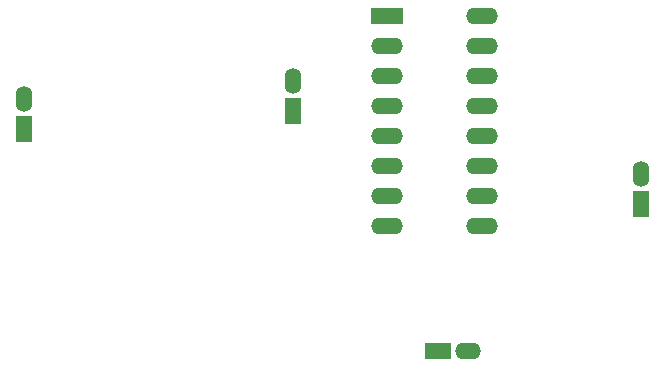
<source format=gbr>
%TF.GenerationSoftware,Altium Limited,Altium Designer,24.3.1 (35)*%
G04 Layer_Color=8388736*
%FSLAX45Y45*%
%MOMM*%
%TF.SameCoordinates,C12ACCCC-6258-4ABC-958C-20978443E832*%
%TF.FilePolarity,Negative*%
%TF.FileFunction,Soldermask,Top*%
%TF.Part,Single*%
G01*
G75*
%TA.AperFunction,ComponentPad*%
%ADD20R,1.40320X2.20320*%
%ADD21O,1.40320X2.20320*%
%ADD22R,2.70320X1.40320*%
%ADD23O,2.70320X1.40320*%
%ADD24R,2.20320X1.40320*%
%ADD25O,2.20320X1.40320*%
D20*
X8280400Y7696200D02*
D03*
X11226800Y6908800D02*
D03*
X6007100Y7543800D02*
D03*
D21*
X8280400Y7950200D02*
D03*
X11226800Y7162800D02*
D03*
X6007100Y7797800D02*
D03*
D22*
X9080500Y8496300D02*
D03*
D23*
Y8242300D02*
D03*
Y7988300D02*
D03*
Y7734300D02*
D03*
Y7480300D02*
D03*
Y7226300D02*
D03*
Y6972300D02*
D03*
Y6718300D02*
D03*
X9884298Y8242300D02*
D03*
Y7988300D02*
D03*
Y7734300D02*
D03*
Y7480300D02*
D03*
Y7226300D02*
D03*
Y6972300D02*
D03*
Y6718300D02*
D03*
Y8496300D02*
D03*
D24*
X9512300Y5664200D02*
D03*
D25*
X9766300D02*
D03*
%TF.MD5,f6b5e344b8979a3ce2ec277cb973f186*%
M02*

</source>
